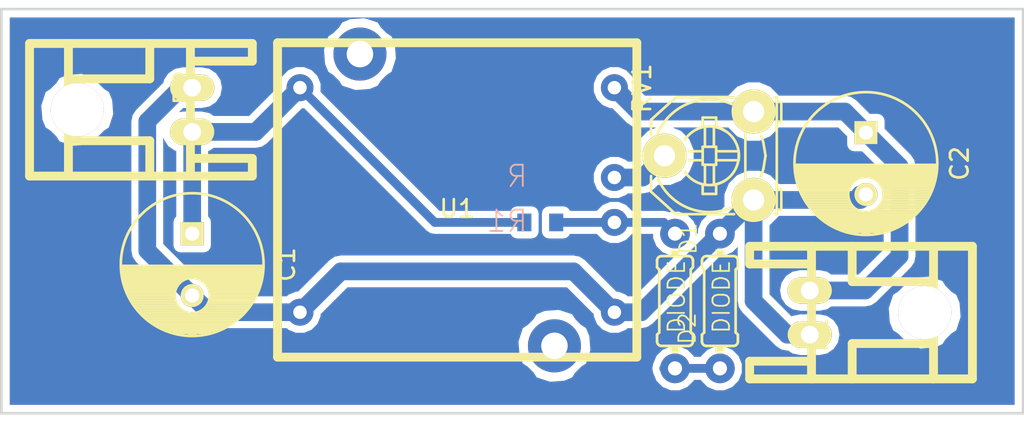
<source format=kicad_pcb>
(kicad_pcb (version 4) (host pcbnew 4.0.3-stable)

  (general
    (links 17)
    (no_connects 0)
    (area 97.079999 50.089999 155.015001 73.100001)
    (thickness 1.6)
    (drawings 4)
    (tracks 38)
    (zones 0)
    (modules 9)
    (nets 7)
  )

  (page A4)
  (layers
    (0 F.Cu signal)
    (31 B.Cu signal)
    (32 B.Adhes user)
    (33 F.Adhes user)
    (34 B.Paste user)
    (35 F.Paste user)
    (36 B.SilkS user)
    (37 F.SilkS user)
    (38 B.Mask user)
    (39 F.Mask user)
    (40 Dwgs.User user)
    (41 Cmts.User user)
    (42 Eco1.User user)
    (43 Eco2.User user)
    (44 Edge.Cuts user)
    (45 Margin user)
    (46 B.CrtYd user)
    (47 F.CrtYd user)
    (48 B.Fab user)
    (49 F.Fab user)
  )

  (setup
    (last_trace_width 1)
    (user_trace_width 0.5)
    (user_trace_width 1)
    (trace_clearance 0.2)
    (zone_clearance 0.4)
    (zone_45_only no)
    (trace_min 0.2)
    (segment_width 0.2)
    (edge_width 0.15)
    (via_size 0.6)
    (via_drill 0.4)
    (via_min_size 0.4)
    (via_min_drill 0.3)
    (user_via 1.2 0.8)
    (uvia_size 0.3)
    (uvia_drill 0.1)
    (uvias_allowed no)
    (uvia_min_size 0.2)
    (uvia_min_drill 0.1)
    (pcb_text_width 0.3)
    (pcb_text_size 1.5 1.5)
    (mod_edge_width 0.15)
    (mod_text_size 1 1)
    (mod_text_width 0.15)
    (pad_size 3 3)
    (pad_drill 3)
    (pad_to_mask_clearance 0.2)
    (aux_axis_origin 0 0)
    (visible_elements 7FFFFFFF)
    (pcbplotparams
      (layerselection 0x01000_80000000)
      (usegerberextensions false)
      (excludeedgelayer true)
      (linewidth 0.100000)
      (plotframeref false)
      (viasonmask false)
      (mode 1)
      (useauxorigin false)
      (hpglpennumber 1)
      (hpglpenspeed 20)
      (hpglpendiameter 15)
      (hpglpenoverlay 2)
      (psnegative false)
      (psa4output false)
      (plotreference true)
      (plotvalue true)
      (plotinvisibletext false)
      (padsonsilk false)
      (subtractmaskfromsilk false)
      (outputformat 1)
      (mirror false)
      (drillshape 0)
      (scaleselection 1)
      (outputdirectory ""))
  )

  (net 0 "")
  (net 1 GND)
  (net 2 +24V)
  (net 3 +5V)
  (net 4 "Net-(D1-Pad1)")
  (net 5 "Net-(D1-Pad2)")
  (net 6 "Net-(RV1-Pad2)")

  (net_class Default "これは標準のネット クラスです。"
    (clearance 0.2)
    (trace_width 0.25)
    (via_dia 0.6)
    (via_drill 0.4)
    (uvia_dia 0.3)
    (uvia_drill 0.1)
    (add_net +24V)
    (add_net +5V)
    (add_net GND)
    (add_net "Net-(D1-Pad1)")
    (add_net "Net-(D1-Pad2)")
    (add_net "Net-(RV1-Pad2)")
  )

  (module Capacitors_ThroughHole:C_Radial_D8_L11.5_P3.5 (layer F.Cu) (tedit 0) (tstamp 57D610D3)
    (at 107.95 62.865 270)
    (descr "Radial Electrolytic Capacitor Diameter 8mm x Length 11.5mm, Pitch 3.5mm")
    (tags "Electrolytic Capacitor")
    (path /57D61460)
    (fp_text reference C1 (at 1.75 -5.3 270) (layer F.SilkS)
      (effects (font (size 1 1) (thickness 0.15)))
    )
    (fp_text value C (at 1.75 5.3 270) (layer F.Fab)
      (effects (font (size 1 1) (thickness 0.15)))
    )
    (fp_line (start 1.825 -3.999) (end 1.825 3.999) (layer F.SilkS) (width 0.15))
    (fp_line (start 1.965 -3.994) (end 1.965 3.994) (layer F.SilkS) (width 0.15))
    (fp_line (start 2.105 -3.984) (end 2.105 3.984) (layer F.SilkS) (width 0.15))
    (fp_line (start 2.245 -3.969) (end 2.245 3.969) (layer F.SilkS) (width 0.15))
    (fp_line (start 2.385 -3.949) (end 2.385 3.949) (layer F.SilkS) (width 0.15))
    (fp_line (start 2.525 -3.924) (end 2.525 -0.222) (layer F.SilkS) (width 0.15))
    (fp_line (start 2.525 0.222) (end 2.525 3.924) (layer F.SilkS) (width 0.15))
    (fp_line (start 2.665 -3.894) (end 2.665 -0.55) (layer F.SilkS) (width 0.15))
    (fp_line (start 2.665 0.55) (end 2.665 3.894) (layer F.SilkS) (width 0.15))
    (fp_line (start 2.805 -3.858) (end 2.805 -0.719) (layer F.SilkS) (width 0.15))
    (fp_line (start 2.805 0.719) (end 2.805 3.858) (layer F.SilkS) (width 0.15))
    (fp_line (start 2.945 -3.817) (end 2.945 -0.832) (layer F.SilkS) (width 0.15))
    (fp_line (start 2.945 0.832) (end 2.945 3.817) (layer F.SilkS) (width 0.15))
    (fp_line (start 3.085 -3.771) (end 3.085 -0.91) (layer F.SilkS) (width 0.15))
    (fp_line (start 3.085 0.91) (end 3.085 3.771) (layer F.SilkS) (width 0.15))
    (fp_line (start 3.225 -3.718) (end 3.225 -0.961) (layer F.SilkS) (width 0.15))
    (fp_line (start 3.225 0.961) (end 3.225 3.718) (layer F.SilkS) (width 0.15))
    (fp_line (start 3.365 -3.659) (end 3.365 -0.991) (layer F.SilkS) (width 0.15))
    (fp_line (start 3.365 0.991) (end 3.365 3.659) (layer F.SilkS) (width 0.15))
    (fp_line (start 3.505 -3.594) (end 3.505 -1) (layer F.SilkS) (width 0.15))
    (fp_line (start 3.505 1) (end 3.505 3.594) (layer F.SilkS) (width 0.15))
    (fp_line (start 3.645 -3.523) (end 3.645 -0.989) (layer F.SilkS) (width 0.15))
    (fp_line (start 3.645 0.989) (end 3.645 3.523) (layer F.SilkS) (width 0.15))
    (fp_line (start 3.785 -3.444) (end 3.785 -0.959) (layer F.SilkS) (width 0.15))
    (fp_line (start 3.785 0.959) (end 3.785 3.444) (layer F.SilkS) (width 0.15))
    (fp_line (start 3.925 -3.357) (end 3.925 -0.905) (layer F.SilkS) (width 0.15))
    (fp_line (start 3.925 0.905) (end 3.925 3.357) (layer F.SilkS) (width 0.15))
    (fp_line (start 4.065 -3.262) (end 4.065 -0.825) (layer F.SilkS) (width 0.15))
    (fp_line (start 4.065 0.825) (end 4.065 3.262) (layer F.SilkS) (width 0.15))
    (fp_line (start 4.205 -3.158) (end 4.205 -0.709) (layer F.SilkS) (width 0.15))
    (fp_line (start 4.205 0.709) (end 4.205 3.158) (layer F.SilkS) (width 0.15))
    (fp_line (start 4.345 -3.044) (end 4.345 -0.535) (layer F.SilkS) (width 0.15))
    (fp_line (start 4.345 0.535) (end 4.345 3.044) (layer F.SilkS) (width 0.15))
    (fp_line (start 4.485 -2.919) (end 4.485 -0.173) (layer F.SilkS) (width 0.15))
    (fp_line (start 4.485 0.173) (end 4.485 2.919) (layer F.SilkS) (width 0.15))
    (fp_line (start 4.625 -2.781) (end 4.625 2.781) (layer F.SilkS) (width 0.15))
    (fp_line (start 4.765 -2.629) (end 4.765 2.629) (layer F.SilkS) (width 0.15))
    (fp_line (start 4.905 -2.459) (end 4.905 2.459) (layer F.SilkS) (width 0.15))
    (fp_line (start 5.045 -2.268) (end 5.045 2.268) (layer F.SilkS) (width 0.15))
    (fp_line (start 5.185 -2.05) (end 5.185 2.05) (layer F.SilkS) (width 0.15))
    (fp_line (start 5.325 -1.794) (end 5.325 1.794) (layer F.SilkS) (width 0.15))
    (fp_line (start 5.465 -1.483) (end 5.465 1.483) (layer F.SilkS) (width 0.15))
    (fp_line (start 5.605 -1.067) (end 5.605 1.067) (layer F.SilkS) (width 0.15))
    (fp_line (start 5.745 -0.2) (end 5.745 0.2) (layer F.SilkS) (width 0.15))
    (fp_circle (center 3.5 0) (end 3.5 -1) (layer F.SilkS) (width 0.15))
    (fp_circle (center 1.75 0) (end 1.75 -4.0375) (layer F.SilkS) (width 0.15))
    (fp_circle (center 1.75 0) (end 1.75 -4.3) (layer F.CrtYd) (width 0.05))
    (pad 2 thru_hole circle (at 3.5 0 270) (size 1.3 1.3) (drill 0.8) (layers *.Cu *.Mask F.SilkS)
      (net 1 GND))
    (pad 1 thru_hole rect (at 0 0 270) (size 1.3 1.3) (drill 0.8) (layers *.Cu *.Mask F.SilkS)
      (net 2 +24V))
    (model Capacitors_ThroughHole.3dshapes/C_Radial_D8_L11.5_P3.5.wrl
      (at (xyz 0 0 0))
      (scale (xyz 1 1 1))
      (rotate (xyz 0 0 0))
    )
  )

  (module Capacitors_ThroughHole:C_Radial_D8_L11.5_P3.5 (layer F.Cu) (tedit 0) (tstamp 57D610D9)
    (at 146.05 57.15 270)
    (descr "Radial Electrolytic Capacitor Diameter 8mm x Length 11.5mm, Pitch 3.5mm")
    (tags "Electrolytic Capacitor")
    (path /57D614D5)
    (fp_text reference C2 (at 1.75 -5.3 270) (layer F.SilkS)
      (effects (font (size 1 1) (thickness 0.15)))
    )
    (fp_text value C (at 1.75 5.3 270) (layer F.Fab)
      (effects (font (size 1 1) (thickness 0.15)))
    )
    (fp_line (start 1.825 -3.999) (end 1.825 3.999) (layer F.SilkS) (width 0.15))
    (fp_line (start 1.965 -3.994) (end 1.965 3.994) (layer F.SilkS) (width 0.15))
    (fp_line (start 2.105 -3.984) (end 2.105 3.984) (layer F.SilkS) (width 0.15))
    (fp_line (start 2.245 -3.969) (end 2.245 3.969) (layer F.SilkS) (width 0.15))
    (fp_line (start 2.385 -3.949) (end 2.385 3.949) (layer F.SilkS) (width 0.15))
    (fp_line (start 2.525 -3.924) (end 2.525 -0.222) (layer F.SilkS) (width 0.15))
    (fp_line (start 2.525 0.222) (end 2.525 3.924) (layer F.SilkS) (width 0.15))
    (fp_line (start 2.665 -3.894) (end 2.665 -0.55) (layer F.SilkS) (width 0.15))
    (fp_line (start 2.665 0.55) (end 2.665 3.894) (layer F.SilkS) (width 0.15))
    (fp_line (start 2.805 -3.858) (end 2.805 -0.719) (layer F.SilkS) (width 0.15))
    (fp_line (start 2.805 0.719) (end 2.805 3.858) (layer F.SilkS) (width 0.15))
    (fp_line (start 2.945 -3.817) (end 2.945 -0.832) (layer F.SilkS) (width 0.15))
    (fp_line (start 2.945 0.832) (end 2.945 3.817) (layer F.SilkS) (width 0.15))
    (fp_line (start 3.085 -3.771) (end 3.085 -0.91) (layer F.SilkS) (width 0.15))
    (fp_line (start 3.085 0.91) (end 3.085 3.771) (layer F.SilkS) (width 0.15))
    (fp_line (start 3.225 -3.718) (end 3.225 -0.961) (layer F.SilkS) (width 0.15))
    (fp_line (start 3.225 0.961) (end 3.225 3.718) (layer F.SilkS) (width 0.15))
    (fp_line (start 3.365 -3.659) (end 3.365 -0.991) (layer F.SilkS) (width 0.15))
    (fp_line (start 3.365 0.991) (end 3.365 3.659) (layer F.SilkS) (width 0.15))
    (fp_line (start 3.505 -3.594) (end 3.505 -1) (layer F.SilkS) (width 0.15))
    (fp_line (start 3.505 1) (end 3.505 3.594) (layer F.SilkS) (width 0.15))
    (fp_line (start 3.645 -3.523) (end 3.645 -0.989) (layer F.SilkS) (width 0.15))
    (fp_line (start 3.645 0.989) (end 3.645 3.523) (layer F.SilkS) (width 0.15))
    (fp_line (start 3.785 -3.444) (end 3.785 -0.959) (layer F.SilkS) (width 0.15))
    (fp_line (start 3.785 0.959) (end 3.785 3.444) (layer F.SilkS) (width 0.15))
    (fp_line (start 3.925 -3.357) (end 3.925 -0.905) (layer F.SilkS) (width 0.15))
    (fp_line (start 3.925 0.905) (end 3.925 3.357) (layer F.SilkS) (width 0.15))
    (fp_line (start 4.065 -3.262) (end 4.065 -0.825) (layer F.SilkS) (width 0.15))
    (fp_line (start 4.065 0.825) (end 4.065 3.262) (layer F.SilkS) (width 0.15))
    (fp_line (start 4.205 -3.158) (end 4.205 -0.709) (layer F.SilkS) (width 0.15))
    (fp_line (start 4.205 0.709) (end 4.205 3.158) (layer F.SilkS) (width 0.15))
    (fp_line (start 4.345 -3.044) (end 4.345 -0.535) (layer F.SilkS) (width 0.15))
    (fp_line (start 4.345 0.535) (end 4.345 3.044) (layer F.SilkS) (width 0.15))
    (fp_line (start 4.485 -2.919) (end 4.485 -0.173) (layer F.SilkS) (width 0.15))
    (fp_line (start 4.485 0.173) (end 4.485 2.919) (layer F.SilkS) (width 0.15))
    (fp_line (start 4.625 -2.781) (end 4.625 2.781) (layer F.SilkS) (width 0.15))
    (fp_line (start 4.765 -2.629) (end 4.765 2.629) (layer F.SilkS) (width 0.15))
    (fp_line (start 4.905 -2.459) (end 4.905 2.459) (layer F.SilkS) (width 0.15))
    (fp_line (start 5.045 -2.268) (end 5.045 2.268) (layer F.SilkS) (width 0.15))
    (fp_line (start 5.185 -2.05) (end 5.185 2.05) (layer F.SilkS) (width 0.15))
    (fp_line (start 5.325 -1.794) (end 5.325 1.794) (layer F.SilkS) (width 0.15))
    (fp_line (start 5.465 -1.483) (end 5.465 1.483) (layer F.SilkS) (width 0.15))
    (fp_line (start 5.605 -1.067) (end 5.605 1.067) (layer F.SilkS) (width 0.15))
    (fp_line (start 5.745 -0.2) (end 5.745 0.2) (layer F.SilkS) (width 0.15))
    (fp_circle (center 3.5 0) (end 3.5 -1) (layer F.SilkS) (width 0.15))
    (fp_circle (center 1.75 0) (end 1.75 -4.0375) (layer F.SilkS) (width 0.15))
    (fp_circle (center 1.75 0) (end 1.75 -4.3) (layer F.CrtYd) (width 0.05))
    (pad 2 thru_hole circle (at 3.5 0 270) (size 1.3 1.3) (drill 0.8) (layers *.Cu *.Mask F.SilkS)
      (net 1 GND))
    (pad 1 thru_hole rect (at 0 0 270) (size 1.3 1.3) (drill 0.8) (layers *.Cu *.Mask F.SilkS)
      (net 3 +5V))
    (model Capacitors_ThroughHole.3dshapes/C_Radial_D8_L11.5_P3.5.wrl
      (at (xyz 0 0 0))
      (scale (xyz 1 1 1))
      (rotate (xyz 0 0 0))
    )
  )

  (module RP_KiCAD_Libs:0204_2f7 (layer F.Cu) (tedit 57D610A3) (tstamp 57D610DF)
    (at 135.255 66.675 270)
    (descr "<b>RESISTOR</b><p>\ntype 0204, grid 7.5 mm")
    (path /57D6190C)
    (fp_text reference D1 (at -2.54 -1.2954 270) (layer F.SilkS)
      (effects (font (size 0.94107 0.94107) (thickness 0.09906)) (justify left bottom))
    )
    (fp_text value DIODE (at 1.905 -0.635 270) (layer F.SilkS)
      (effects (font (size 0.94107 0.94107) (thickness 0.09906)) (justify left bottom))
    )
    (fp_line (start 3.81 0) (end 2.921 0) (layer Dwgs.User) (width 0.508))
    (fp_line (start -3.81 0) (end -2.921 0) (layer Dwgs.User) (width 0.508))
    (fp_arc (start -2.286 -0.762) (end -2.54 -0.762) (angle 90) (layer F.SilkS) (width 0.1524))
    (fp_arc (start -2.286 0.762) (end -2.54 0.762) (angle -90) (layer F.SilkS) (width 0.1524))
    (fp_arc (start 2.286 0.762) (end 2.286 1.016) (angle -90) (layer F.SilkS) (width 0.1524))
    (fp_arc (start 2.286 -0.762) (end 2.286 -1.016) (angle 90) (layer F.SilkS) (width 0.1524))
    (fp_line (start -2.54 0.762) (end -2.54 -0.762) (layer F.SilkS) (width 0.1524))
    (fp_line (start -2.286 -1.016) (end -1.905 -1.016) (layer F.SilkS) (width 0.1524))
    (fp_line (start -1.778 -0.889) (end -1.905 -1.016) (layer F.SilkS) (width 0.1524))
    (fp_line (start -2.286 1.016) (end -1.905 1.016) (layer F.SilkS) (width 0.1524))
    (fp_line (start -1.778 0.889) (end -1.905 1.016) (layer F.SilkS) (width 0.1524))
    (fp_line (start 1.778 -0.889) (end 1.905 -1.016) (layer F.SilkS) (width 0.1524))
    (fp_line (start 1.778 -0.889) (end -1.778 -0.889) (layer F.SilkS) (width 0.1524))
    (fp_line (start 1.778 0.889) (end 1.905 1.016) (layer F.SilkS) (width 0.1524))
    (fp_line (start 1.778 0.889) (end -1.778 0.889) (layer F.SilkS) (width 0.1524))
    (fp_line (start 2.286 -1.016) (end 1.905 -1.016) (layer F.SilkS) (width 0.1524))
    (fp_line (start 2.286 1.016) (end 1.905 1.016) (layer F.SilkS) (width 0.1524))
    (fp_line (start 2.54 0.762) (end 2.54 -0.762) (layer F.SilkS) (width 0.1524))
    (fp_poly (pts (xy 2.54 0.254) (xy 2.921 0.254) (xy 2.921 -0.254) (xy 2.54 -0.254)) (layer F.SilkS) (width 0))
    (fp_poly (pts (xy -2.921 0.254) (xy -2.54 0.254) (xy -2.54 -0.254) (xy -2.921 -0.254)) (layer F.SilkS) (width 0))
    (pad 1 thru_hole circle (at -3.81 0 270) (size 1.6764 1.6764) (drill 0.8) (layers *.Cu *.Mask)
      (net 4 "Net-(D1-Pad1)"))
    (pad 2 thru_hole circle (at 3.81 0 270) (size 1.6764 1.6764) (drill 0.8) (layers *.Cu *.Mask)
      (net 5 "Net-(D1-Pad2)"))
    (model discret/resistors/horizontal/r_h_820R.wrl
      (at (xyz 0 0 0))
      (scale (xyz 0.3 0.3 0.3))
      (rotate (xyz 0 0 0))
    )
  )

  (module RP_KiCAD_Libs:0204_2f7 (layer F.Cu) (tedit 57D610A4) (tstamp 57D610E5)
    (at 137.795 66.675 90)
    (descr "<b>RESISTOR</b><p>\ntype 0204, grid 7.5 mm")
    (path /57D619E7)
    (fp_text reference D2 (at -2.54 -1.2954 90) (layer F.SilkS)
      (effects (font (size 0.94107 0.94107) (thickness 0.09906)) (justify left bottom))
    )
    (fp_text value DIODE (at -1.905 0.635 90) (layer F.SilkS)
      (effects (font (size 0.94107 0.94107) (thickness 0.09906)) (justify left bottom))
    )
    (fp_line (start 3.81 0) (end 2.921 0) (layer Dwgs.User) (width 0.508))
    (fp_line (start -3.81 0) (end -2.921 0) (layer Dwgs.User) (width 0.508))
    (fp_arc (start -2.286 -0.762) (end -2.54 -0.762) (angle 90) (layer F.SilkS) (width 0.1524))
    (fp_arc (start -2.286 0.762) (end -2.54 0.762) (angle -90) (layer F.SilkS) (width 0.1524))
    (fp_arc (start 2.286 0.762) (end 2.286 1.016) (angle -90) (layer F.SilkS) (width 0.1524))
    (fp_arc (start 2.286 -0.762) (end 2.286 -1.016) (angle 90) (layer F.SilkS) (width 0.1524))
    (fp_line (start -2.54 0.762) (end -2.54 -0.762) (layer F.SilkS) (width 0.1524))
    (fp_line (start -2.286 -1.016) (end -1.905 -1.016) (layer F.SilkS) (width 0.1524))
    (fp_line (start -1.778 -0.889) (end -1.905 -1.016) (layer F.SilkS) (width 0.1524))
    (fp_line (start -2.286 1.016) (end -1.905 1.016) (layer F.SilkS) (width 0.1524))
    (fp_line (start -1.778 0.889) (end -1.905 1.016) (layer F.SilkS) (width 0.1524))
    (fp_line (start 1.778 -0.889) (end 1.905 -1.016) (layer F.SilkS) (width 0.1524))
    (fp_line (start 1.778 -0.889) (end -1.778 -0.889) (layer F.SilkS) (width 0.1524))
    (fp_line (start 1.778 0.889) (end 1.905 1.016) (layer F.SilkS) (width 0.1524))
    (fp_line (start 1.778 0.889) (end -1.778 0.889) (layer F.SilkS) (width 0.1524))
    (fp_line (start 2.286 -1.016) (end 1.905 -1.016) (layer F.SilkS) (width 0.1524))
    (fp_line (start 2.286 1.016) (end 1.905 1.016) (layer F.SilkS) (width 0.1524))
    (fp_line (start 2.54 0.762) (end 2.54 -0.762) (layer F.SilkS) (width 0.1524))
    (fp_poly (pts (xy 2.54 0.254) (xy 2.921 0.254) (xy 2.921 -0.254) (xy 2.54 -0.254)) (layer F.SilkS) (width 0))
    (fp_poly (pts (xy -2.921 0.254) (xy -2.54 0.254) (xy -2.54 -0.254) (xy -2.921 -0.254)) (layer F.SilkS) (width 0))
    (pad 1 thru_hole circle (at -3.81 0 90) (size 1.6764 1.6764) (drill 0.8) (layers *.Cu *.Mask)
      (net 5 "Net-(D1-Pad2)"))
    (pad 2 thru_hole circle (at 3.81 0 90) (size 1.6764 1.6764) (drill 0.8) (layers *.Cu *.Mask)
      (net 1 GND))
    (model discret/resistors/horizontal/r_h_820R.wrl
      (at (xyz 0 0 0))
      (scale (xyz 0.3 0.3 0.3))
      (rotate (xyz 0 0 0))
    )
  )

  (module Potentiometers:Potentiometer_Triwood_RM-065 (layer F.Cu) (tedit 53FABC1B) (tstamp 57D610F2)
    (at 139.7 60.96 90)
    (descr "Potentiometer, Trimmer, RM-065")
    (tags "Potentiometer, Trimmer, RM-065")
    (path /57D615B6)
    (fp_text reference RV1 (at 6.30936 -6.30936 90) (layer F.SilkS)
      (effects (font (size 1 1) (thickness 0.15)))
    )
    (fp_text value POT (at 2.49936 2.58064 90) (layer F.Fab)
      (effects (font (size 1 1) (thickness 0.15)))
    )
    (fp_line (start 2.24536 -2.88036) (end 2.24536 -3.64236) (layer F.SilkS) (width 0.15))
    (fp_line (start 2.75336 -2.88036) (end 2.75336 -3.64236) (layer F.SilkS) (width 0.15))
    (fp_arc (start 2.49936 -2.49936) (end 4.15036 -2.24536) (angle 90) (layer F.SilkS) (width 0.15))
    (fp_arc (start 2.49936 -2.49936) (end 2.62636 -0.84836) (angle 90) (layer F.SilkS) (width 0.15))
    (fp_arc (start 2.49936 -2.49936) (end 3.38836 -3.89636) (angle 90) (layer F.SilkS) (width 0.15))
    (fp_arc (start 2.49936 -2.49936) (end 1.10236 -1.61036) (angle 90) (layer F.SilkS) (width 0.15))
    (fp_line (start -0.80264 1.31064) (end -0.80264 1.18364) (layer F.SilkS) (width 0.15))
    (fp_line (start -0.80264 -2.49936) (end -0.80264 -1.10236) (layer F.SilkS) (width 0.15))
    (fp_line (start 5.80136 1.31064) (end 5.80136 1.18364) (layer F.SilkS) (width 0.15))
    (fp_line (start 5.80136 -2.49936) (end 5.80136 -1.10236) (layer F.SilkS) (width 0.15))
    (fp_line (start 1.35636 0.42164) (end 1.73736 0.54864) (layer F.SilkS) (width 0.15))
    (fp_line (start 1.73736 0.54864) (end 2.49936 0.67564) (layer F.SilkS) (width 0.15))
    (fp_line (start 2.49936 0.67564) (end 3.26136 0.54864) (layer F.SilkS) (width 0.15))
    (fp_line (start 3.26136 0.54864) (end 3.64236 0.42164) (layer F.SilkS) (width 0.15))
    (fp_line (start 1.22936 -0.46736) (end 3.76936 -0.46736) (layer F.SilkS) (width 0.15))
    (fp_arc (start 2.49936 -2.49936) (end 3.76936 -5.42036) (angle 90) (layer F.SilkS) (width 0.15))
    (fp_arc (start 2.49936 -2.49936) (end -0.42164 -1.22936) (angle 90) (layer F.SilkS) (width 0.15))
    (fp_line (start 4.53136 -5.80136) (end 3.64236 -5.80136) (layer F.SilkS) (width 0.15))
    (fp_line (start 1.35636 -5.80136) (end 0.46736 -5.80136) (layer F.SilkS) (width 0.15))
    (fp_line (start 4.15036 -2.88036) (end 4.65836 -2.88036) (layer F.SilkS) (width 0.15))
    (fp_line (start 4.65836 -2.88036) (end 4.65836 -2.11836) (layer F.SilkS) (width 0.15))
    (fp_line (start 4.65836 -2.11836) (end 4.15036 -2.11836) (layer F.SilkS) (width 0.15))
    (fp_line (start 0.84836 -2.88036) (end 0.34036 -2.88036) (layer F.SilkS) (width 0.15))
    (fp_line (start 0.34036 -2.88036) (end 0.34036 -2.11836) (layer F.SilkS) (width 0.15))
    (fp_line (start 0.34036 -2.11836) (end 0.84836 -2.11836) (layer F.SilkS) (width 0.15))
    (fp_line (start 3.00736 -2.24536) (end 4.15036 -2.24536) (layer F.SilkS) (width 0.15))
    (fp_line (start 3.00736 -2.75336) (end 4.15036 -2.75336) (layer F.SilkS) (width 0.15))
    (fp_line (start 1.99136 -2.24536) (end 0.84836 -2.24536) (layer F.SilkS) (width 0.15))
    (fp_line (start 1.99136 -2.75336) (end 0.84836 -2.75336) (layer F.SilkS) (width 0.15))
    (fp_line (start 2.75336 -2.11836) (end 2.75336 -0.84836) (layer F.SilkS) (width 0.15))
    (fp_line (start 2.24536 -2.11836) (end 2.24536 -0.84836) (layer F.SilkS) (width 0.15))
    (fp_line (start 1.99136 -2.88036) (end 1.99136 -2.11836) (layer F.SilkS) (width 0.15))
    (fp_line (start 1.99136 -2.11836) (end 3.00736 -2.11836) (layer F.SilkS) (width 0.15))
    (fp_line (start 3.00736 -2.11836) (end 3.00736 -2.88036) (layer F.SilkS) (width 0.15))
    (fp_line (start 3.00736 -2.88036) (end 1.99136 -2.88036) (layer F.SilkS) (width 0.15))
    (fp_line (start 0.46736 -5.80136) (end -0.80264 -4.40436) (layer F.SilkS) (width 0.15))
    (fp_line (start -0.80264 -4.40436) (end -0.80264 -2.49936) (layer F.SilkS) (width 0.15))
    (fp_line (start 4.53136 -5.80136) (end 5.80136 -4.40436) (layer F.SilkS) (width 0.15))
    (fp_line (start 5.80136 -4.40436) (end 5.80136 -2.49936) (layer F.SilkS) (width 0.15))
    (fp_line (start 5.54736 1.31064) (end 5.54736 1.56464) (layer F.SilkS) (width 0.15))
    (fp_line (start 5.54736 1.56464) (end 4.40436 1.56464) (layer F.SilkS) (width 0.15))
    (fp_line (start 4.40436 1.56464) (end 4.40436 1.31064) (layer F.SilkS) (width 0.15))
    (fp_line (start -0.54864 1.31064) (end -0.54864 1.56464) (layer F.SilkS) (width 0.15))
    (fp_line (start -0.54864 1.56464) (end 0.59436 1.56464) (layer F.SilkS) (width 0.15))
    (fp_line (start 0.59436 1.56464) (end 0.59436 1.31064) (layer F.SilkS) (width 0.15))
    (fp_line (start -0.80264 1.31064) (end 5.80136 1.31064) (layer F.SilkS) (width 0.15))
    (pad 2 thru_hole circle (at 2.49936 -5.03936 90) (size 2.49936 2.49936) (drill 1.19888) (layers *.Cu *.Mask F.SilkS)
      (net 6 "Net-(RV1-Pad2)"))
    (pad 3 thru_hole circle (at 4.99872 0 90) (size 2.49936 2.49936) (drill 1.19888) (layers *.Cu *.Mask F.SilkS)
      (net 3 +5V))
    (pad 1 thru_hole circle (at 0 0 90) (size 2.49936 2.49936) (drill 1.19888) (layers *.Cu *.Mask F.SilkS)
      (net 1 GND))
    (model Potentiometers.3dshapes/Potentiometer_Triwood_RM-065.wrl
      (at (xyz 0 0 0))
      (scale (xyz 4 4 4))
      (rotate (xyz 0 0 0))
    )
  )

  (module RP_KiCAD_Libs:C1608_WP (layer B.Cu) (tedit 57C3E677) (tstamp 57D61813)
    (at 127.635 62.23)
    (descr <b>CAPACITOR</b>)
    (path /57D61663)
    (fp_text reference R1 (at -0.635 0.635) (layer B.SilkS)
      (effects (font (size 1.2065 1.2065) (thickness 0.1016)) (justify left bottom mirror))
    )
    (fp_text value R (at -0.635 -1.905) (layer B.SilkS)
      (effects (font (size 1.2065 1.2065) (thickness 0.1016)) (justify left bottom mirror))
    )
    (fp_line (start -0.356 0.432) (end 0.356 0.432) (layer Dwgs.User) (width 0.1016))
    (fp_line (start -0.356 -0.419) (end 0.356 -0.419) (layer Dwgs.User) (width 0.1016))
    (fp_poly (pts (xy -0.8382 -0.4699) (xy -0.3381 -0.4699) (xy -0.3381 0.4801) (xy -0.8382 0.4801)) (layer Dwgs.User) (width 0))
    (fp_poly (pts (xy 0.3302 -0.4699) (xy 0.8303 -0.4699) (xy 0.8303 0.4801) (xy 0.3302 0.4801)) (layer Dwgs.User) (width 0))
    (fp_poly (pts (xy -0.1999 -0.3) (xy 0.1999 -0.3) (xy 0.1999 0.3) (xy -0.1999 0.3)) (layer B.Adhes) (width 0))
    (pad 1 smd rect (at -0.9 0) (size 0.8 1) (layers B.Cu B.Paste B.Mask)
      (net 2 +24V))
    (pad 2 smd rect (at 0.9 0) (size 0.8 1) (layers B.Cu B.Paste B.Mask)
      (net 4 "Net-(D1-Pad1)"))
    (model Resistors_SMD.3dshapes/R_0603.wrl
      (at (xyz 0 0 0))
      (scale (xyz 1 1 1))
      (rotate (xyz 0 0 0))
    )
  )

  (module RP_KiCAD_Connector:XA_2LC (layer F.Cu) (tedit 5763B232) (tstamp 57D61B66)
    (at 142.875 68.58 90)
    (path /57D636C9)
    (fp_text reference P1 (at 0 0.5 90) (layer F.SilkS)
      (effects (font (size 1 1) (thickness 0.15)))
    )
    (fp_text value CONN_01X02 (at 0 -0.5 90) (layer F.Fab)
      (effects (font (size 1 1) (thickness 0.15)))
    )
    (fp_line (start -1.5 -3.4) (end -2.5 -3.4) (layer F.SilkS) (width 0.5))
    (fp_line (start 5 -3.4) (end 4 -3.4) (layer F.SilkS) (width 0.5))
    (fp_line (start 4 -3.4) (end 4 0.1) (layer F.SilkS) (width 0.5))
    (fp_line (start -1.5 -3.4) (end -1.5 0.1) (layer F.SilkS) (width 0.5))
    (fp_line (start 3 2.4) (end 5 2.4) (layer F.SilkS) (width 0.5))
    (fp_line (start -0.5 2.4) (end -2.5 2.4) (layer F.SilkS) (width 0.5))
    (fp_line (start 3 2.4) (end 3 7) (layer F.SilkS) (width 0.5))
    (fp_line (start -0.5 2.4) (end -0.5 7) (layer F.SilkS) (width 0.5))
    (fp_line (start -2.5 0.1) (end 5 0.1) (layer F.SilkS) (width 0.5))
    (fp_line (start -2.5 7) (end 5 7) (layer F.SilkS) (width 0.5))
    (fp_line (start -2.5 9.2) (end 5 9.2) (layer F.SilkS) (width 0.5))
    (fp_line (start 5 -3.4) (end 5 9.2) (layer F.SilkS) (width 0.5))
    (fp_line (start -2.5 -3.4) (end -2.5 9.2) (layer F.SilkS) (width 0.5))
    (pad 1 thru_hole oval (at 0 0 90) (size 1.5 2.5) (drill 1) (layers *.Cu *.Mask F.SilkS)
      (net 1 GND))
    (pad 2 thru_hole oval (at 2.5 0 90) (size 1.5 2.5) (drill 1) (layers *.Cu *.Mask F.SilkS)
      (net 3 +5V))
    (pad "" thru_hole circle (at 1.25 6.5 90) (size 3 3) (drill 3) (layers *.Cu *.Mask F.SilkS)
      (clearance -0.3))
    (model conn_XA/XA_2S.wrl
      (at (xyz 0.05 -0.2 0))
      (scale (xyz 4 4 4))
      (rotate (xyz 0 0 180))
    )
  )

  (module RP_KiCAD_Connector:XA_2LC (layer F.Cu) (tedit 57D61176) (tstamp 57D61B6C)
    (at 107.95 54.61 270)
    (path /57D63708)
    (fp_text reference P2 (at 0 0.5 270) (layer F.SilkS)
      (effects (font (size 1 1) (thickness 0.15)))
    )
    (fp_text value CONN_01X02 (at 0 -0.5 270) (layer F.Fab)
      (effects (font (size 1 1) (thickness 0.15)))
    )
    (fp_line (start -1.5 -3.4) (end -2.5 -3.4) (layer F.SilkS) (width 0.5))
    (fp_line (start 5 -3.4) (end 4 -3.4) (layer F.SilkS) (width 0.5))
    (fp_line (start 4 -3.4) (end 4 0.1) (layer F.SilkS) (width 0.5))
    (fp_line (start -1.5 -3.4) (end -1.5 0.1) (layer F.SilkS) (width 0.5))
    (fp_line (start 3 2.4) (end 5 2.4) (layer F.SilkS) (width 0.5))
    (fp_line (start -0.5 2.4) (end -2.5 2.4) (layer F.SilkS) (width 0.5))
    (fp_line (start 3 2.4) (end 3 7) (layer F.SilkS) (width 0.5))
    (fp_line (start -0.5 2.4) (end -0.5 7) (layer F.SilkS) (width 0.5))
    (fp_line (start -2.5 0.1) (end 5 0.1) (layer F.SilkS) (width 0.5))
    (fp_line (start -2.5 7) (end 5 7) (layer F.SilkS) (width 0.5))
    (fp_line (start -2.5 9.2) (end 5 9.2) (layer F.SilkS) (width 0.5))
    (fp_line (start 5 -3.4) (end 5 9.2) (layer F.SilkS) (width 0.5))
    (fp_line (start -2.5 -3.4) (end -2.5 9.2) (layer F.SilkS) (width 0.5))
    (pad 1 thru_hole oval (at 0 0 270) (size 1.5 2.5) (drill 1) (layers *.Cu *.Mask F.SilkS)
      (net 1 GND))
    (pad 2 thru_hole oval (at 2.5 0 270) (size 1.5 2.5) (drill 1) (layers *.Cu *.Mask F.SilkS)
      (net 2 +24V))
    (pad "" thru_hole circle (at 1.25 6.5 270) (size 3 3) (drill 3) (layers *.Cu *.Mask F.SilkS)
      (clearance -0.3))
    (model conn_XA/XA_2S.wrl
      (at (xyz 0.05 -0.2 0))
      (scale (xyz 4 4 4))
      (rotate (xyz 0 0 180))
    )
  )

  (module Converters_DCDC_ACDC:TDK_CE-1025 (layer F.Cu) (tedit 57D78E52) (tstamp 57D61102)
    (at 122.936 60.96)
    (path /57D61404)
    (fp_text reference U1 (at 0 0.5) (layer F.SilkS)
      (effects (font (size 1 1) (thickness 0.15)))
    )
    (fp_text value TDK_CE-1025 (at 0 -0.5) (layer F.Fab)
      (effects (font (size 1 1) (thickness 0.15)))
    )
    (fp_line (start -10.16 -8.89) (end -10.16 8.89) (layer F.SilkS) (width 0.5))
    (fp_line (start 10.16 -8.89) (end 10.16 8.89) (layer F.SilkS) (width 0.5))
    (fp_line (start 10.16 8.89) (end -10.16 8.89) (layer F.SilkS) (width 0.5))
    (fp_line (start -10.16 -8.89) (end 10.16 -8.89) (layer F.SilkS) (width 0.5))
    (pad 1 thru_hole circle (at -8.89 -6.35) (size 1.524 1.524) (drill 0.762) (layers *.Cu *.Mask)
      (net 2 +24V))
    (pad 2 thru_hole circle (at -8.89 6.35) (size 1.524 1.524) (drill 0.762) (layers *.Cu *.Mask)
      (net 1 GND))
    (pad 3 thru_hole circle (at 8.89 6.35) (size 1.524 1.524) (drill 0.762) (layers *.Cu *.Mask)
      (net 1 GND))
    (pad 4 thru_hole circle (at 8.89 1.27) (size 1.524 1.524) (drill 0.762) (layers *.Cu *.Mask)
      (net 4 "Net-(D1-Pad1)"))
    (pad 5 thru_hole circle (at 8.89 -1.27) (size 1.524 1.524) (drill 0.762) (layers *.Cu *.Mask)
      (net 6 "Net-(RV1-Pad2)"))
    (pad 6 thru_hole circle (at 8.89 -6.35) (size 1.524 1.524) (drill 0.762) (layers *.Cu *.Mask)
      (net 3 +5V))
    (pad "" thru_hole circle (at -5.5 -8.25) (size 3 3) (drill 1.5) (layers *.Cu *.Mask))
    (pad "" thru_hole circle (at 5.5 8.25) (size 3 3) (drill 1.5) (layers *.Cu *.Mask))
  )

  (gr_line (start 154.94 50.165) (end 97.155 50.165) (angle 90) (layer Edge.Cuts) (width 0.15))
  (gr_line (start 97.155 73.025) (end 154.94 73.025) (angle 90) (layer Edge.Cuts) (width 0.15))
  (gr_line (start 97.155 50.165) (end 97.155 73.025) (angle 90) (layer Edge.Cuts) (width 0.15))
  (gr_line (start 154.94 50.165) (end 154.94 73.025) (angle 90) (layer Edge.Cuts) (width 0.15))

  (segment (start 131.826 67.31) (end 133.35 67.31) (width 1) (layer B.Cu) (net 1) (status 400000))
  (segment (start 133.35 67.31) (end 137.795 62.865) (width 1) (layer B.Cu) (net 1) (tstamp 57D799D1) (status 800000))
  (segment (start 114.046 67.31) (end 116.356 65) (width 1) (layer B.Cu) (net 1) (status 400000))
  (segment (start 129.516 65) (end 131.826 67.31) (width 1) (layer B.Cu) (net 1) (tstamp 57D799CE) (status 800000))
  (segment (start 116.356 65) (end 129.516 65) (width 1) (layer B.Cu) (net 1) (tstamp 57D799CD))
  (segment (start 107.95 66.365) (end 108.895 67.31) (width 1) (layer B.Cu) (net 1) (status 400000))
  (segment (start 108.895 67.31) (end 114.046 67.31) (width 1) (layer B.Cu) (net 1) (tstamp 57D799CA) (status 800000))
  (segment (start 107.95 54.61) (end 107.315 54.61) (width 1) (layer B.Cu) (net 1))
  (segment (start 107.315 54.61) (end 105.41 56.515) (width 1) (layer B.Cu) (net 1) (tstamp 57D61BC6))
  (segment (start 105.41 56.515) (end 105.41 63.825) (width 1) (layer B.Cu) (net 1) (tstamp 57D61BC7))
  (segment (start 105.41 63.825) (end 107.95 66.365) (width 1) (layer B.Cu) (net 1) (tstamp 57D61BC8))
  (segment (start 142.875 68.58) (end 141.605 68.58) (width 1) (layer B.Cu) (net 1))
  (segment (start 139.7 66.675) (end 139.7 60.96) (width 1) (layer B.Cu) (net 1) (tstamp 57D61B9B))
  (segment (start 141.605 68.58) (end 139.7 66.675) (width 1) (layer B.Cu) (net 1) (tstamp 57D61B9A))
  (segment (start 139.7 60.96) (end 137.795 62.865) (width 1) (layer B.Cu) (net 1))
  (segment (start 145.725 60.65) (end 146.05 60.65) (width 1) (layer B.Cu) (net 1) (tstamp 57D612DA))
  (segment (start 139.7 60.96) (end 145.74 60.96) (width 1) (layer B.Cu) (net 1))
  (segment (start 145.74 60.96) (end 146.05 60.65) (width 1) (layer B.Cu) (net 1) (tstamp 57D61276))
  (segment (start 114.046 54.61) (end 121.666 62.23) (width 0.5) (layer B.Cu) (net 2) (status 400000))
  (segment (start 121.666 62.23) (end 126.735 62.23) (width 0.5) (layer B.Cu) (net 2) (tstamp 57D799C5) (status 800000))
  (segment (start 107.95 57.11) (end 111.546 57.11) (width 1) (layer B.Cu) (net 2) (status 400000))
  (segment (start 111.546 57.11) (end 114.046 54.61) (width 1) (layer B.Cu) (net 2) (tstamp 57D799C1) (status 800000))
  (segment (start 107.95 57.11) (end 107.95 62.865) (width 1) (layer B.Cu) (net 2))
  (segment (start 131.826 54.61) (end 133.17728 55.96128) (width 1) (layer B.Cu) (net 3) (status 400000))
  (segment (start 133.17728 55.96128) (end 139.7 55.96128) (width 1) (layer B.Cu) (net 3) (tstamp 57D799F0) (status 800000))
  (segment (start 142.875 66.08) (end 146.01 66.08) (width 1) (layer B.Cu) (net 3))
  (segment (start 147.955 59.055) (end 146.05 57.15) (width 1) (layer B.Cu) (net 3) (tstamp 57D61B92))
  (segment (start 147.955 64.135) (end 147.955 59.055) (width 1) (layer B.Cu) (net 3) (tstamp 57D61B91))
  (segment (start 146.01 66.08) (end 147.955 64.135) (width 1) (layer B.Cu) (net 3) (tstamp 57D61B90))
  (segment (start 139.7 55.96128) (end 144.86128 55.96128) (width 1) (layer B.Cu) (net 3))
  (segment (start 144.86128 55.96128) (end 146.05 57.15) (width 1) (layer B.Cu) (net 3) (tstamp 57D61273))
  (segment (start 139.61872 55.88) (end 139.7 55.96128) (width 1) (layer B.Cu) (net 3) (tstamp 57D611DB))
  (segment (start 128.535 62.23) (end 131.826 62.23) (width 0.5) (layer B.Cu) (net 4) (status C00000))
  (segment (start 131.826 62.23) (end 134.62 62.23) (width 0.5) (layer B.Cu) (net 4) (tstamp 57D799E1) (status 400000))
  (segment (start 134.62 62.23) (end 135.255 62.865) (width 0.5) (layer B.Cu) (net 4) (tstamp 57D799E2) (status 800000))
  (segment (start 134.62 70.485) (end 137.16 70.485) (width 0.5) (layer B.Cu) (net 5))
  (segment (start 131.826 59.69) (end 133.43128 59.69) (width 1) (layer B.Cu) (net 6) (status 400000))
  (segment (start 133.43128 59.69) (end 134.66064 58.46064) (width 1) (layer B.Cu) (net 6) (tstamp 57D799DC) (status 800000))

  (zone (net 0) (net_name "") (layer B.Cu) (tstamp 57D61BF6) (hatch edge 0.508)
    (connect_pads (clearance 0.4))
    (min_thickness 0.026)
    (fill yes (arc_segments 16) (thermal_gap 0.508) (thermal_bridge_width 0.508))
    (polygon
      (pts
        (xy 154.94 73.025) (xy 97.155 73.025) (xy 97.155 50.165) (xy 154.94 50.165)
      )
    )
    (filled_polygon
      (pts
        (xy 154.452 72.537) (xy 97.643 72.537) (xy 97.643 68.966607) (xy 126.389831 68.966607) (xy 126.452444 69.768169)
        (xy 126.638729 70.217901) (xy 126.911307 70.393867) (xy 126.91304 70.392134) (xy 127.253569 70.733257) (xy 127.252133 70.734693)
        (xy 127.428099 71.007271) (xy 128.192607 71.256169) (xy 128.994169 71.193556) (xy 129.443901 71.007271) (xy 129.619867 70.734693)
        (xy 129.618134 70.73296) (xy 129.866526 70.485) (xy 133.957 70.485) (xy 134.003596 70.719252) (xy 134.003584 70.732787)
        (xy 134.193666 71.192822) (xy 134.545327 71.545097) (xy 135.005029 71.735982) (xy 135.502787 71.736416) (xy 135.962822 71.546334)
        (xy 136.315097 71.194673) (xy 136.334477 71.148) (xy 136.715146 71.148) (xy 136.733666 71.192822) (xy 137.085327 71.545097)
        (xy 137.545029 71.735982) (xy 138.042787 71.736416) (xy 138.502822 71.546334) (xy 138.855097 71.194673) (xy 139.045982 70.734971)
        (xy 139.046416 70.237213) (xy 138.856334 69.777178) (xy 138.504673 69.424903) (xy 138.044971 69.234018) (xy 137.547213 69.233584)
        (xy 137.087178 69.423666) (xy 136.734903 69.775327) (xy 136.715523 69.822) (xy 136.334854 69.822) (xy 136.316334 69.777178)
        (xy 135.964673 69.424903) (xy 135.504971 69.234018) (xy 135.007213 69.233584) (xy 134.547178 69.423666) (xy 134.194903 69.775327)
        (xy 134.004018 70.235029) (xy 134.004006 70.248685) (xy 133.957 70.485) (xy 129.866526 70.485) (xy 129.959257 70.392431)
        (xy 129.960693 70.393867) (xy 130.233271 70.217901) (xy 130.482169 69.453393) (xy 130.419556 68.651831) (xy 130.233271 68.202099)
        (xy 129.960693 68.026133) (xy 129.95896 68.027866) (xy 129.618431 67.686743) (xy 129.619867 67.685307) (xy 129.443901 67.412729)
        (xy 128.679393 67.163831) (xy 127.877831 67.226444) (xy 127.428099 67.412729) (xy 127.252133 67.685307) (xy 127.253866 67.68704)
        (xy 126.912743 68.027569) (xy 126.911307 68.026133) (xy 126.638729 68.202099) (xy 126.389831 68.966607) (xy 97.643 68.966607)
        (xy 97.643 55.616607) (xy 99.403831 55.616607) (xy 99.466444 56.418169) (xy 99.652729 56.867901) (xy 99.925307 57.043867)
        (xy 99.92704 57.042134) (xy 100.267569 57.383257) (xy 100.266133 57.384693) (xy 100.442099 57.657271) (xy 101.206607 57.906169)
        (xy 102.008169 57.843556) (xy 102.457901 57.657271) (xy 102.633867 57.384693) (xy 102.632134 57.38296) (xy 102.973257 57.042431)
        (xy 102.974693 57.043867) (xy 103.247271 56.867901) (xy 103.362163 56.515) (xy 104.497 56.515) (xy 104.497 63.825)
        (xy 104.549115 64.087) (xy 104.566498 64.17439) (xy 104.764412 64.470588) (xy 106.899122 66.605299) (xy 107.048307 66.966354)
        (xy 107.347073 67.265642) (xy 107.710284 67.41646) (xy 108.249412 67.955589) (xy 108.54561 68.153502) (xy 108.895 68.223)
        (xy 113.297155 68.223) (xy 113.379547 68.305536) (xy 113.811253 68.484796) (xy 114.278697 68.485204) (xy 114.710715 68.306698)
        (xy 115.041536 67.976453) (xy 115.220796 67.544747) (xy 115.220899 67.426277) (xy 116.734177 65.913) (xy 129.137824 65.913)
        (xy 130.650898 67.426075) (xy 130.650796 67.542697) (xy 130.829302 67.974715) (xy 131.159547 68.305536) (xy 131.591253 68.484796)
        (xy 132.058697 68.485204) (xy 132.490715 68.306698) (xy 132.574559 68.223) (xy 133.35 68.223) (xy 133.69939 68.153502)
        (xy 133.995588 67.955588) (xy 137.834942 64.116235) (xy 138.042787 64.116416) (xy 138.502822 63.926334) (xy 138.787 63.642651)
        (xy 138.787 66.675) (xy 138.844954 66.966354) (xy 138.856498 67.02439) (xy 139.054412 67.320588) (xy 140.959412 69.225589)
        (xy 141.184771 69.376169) (xy 141.25561 69.423502) (xy 141.605 69.493) (xy 141.6557 69.493) (xy 141.897359 69.654472)
        (xy 142.34242 69.743) (xy 143.40758 69.743) (xy 143.852641 69.654472) (xy 144.229945 69.402365) (xy 144.482052 69.025061)
        (xy 144.57058 68.58) (xy 144.482052 68.134939) (xy 144.229945 67.757635) (xy 143.852641 67.505528) (xy 143.40758 67.417)
        (xy 142.34242 67.417) (xy 141.897359 67.505528) (xy 141.852008 67.535831) (xy 140.613 66.296824) (xy 140.613 62.381779)
        (xy 140.640602 62.370374) (xy 141.10873 61.903062) (xy 141.121213 61.873) (xy 145.74 61.873) (xy 146.08939 61.803502)
        (xy 146.224607 61.713153) (xy 146.260516 61.713184) (xy 146.651354 61.551693) (xy 146.950642 61.252927) (xy 147.042 61.032912)
        (xy 147.042 63.756823) (xy 145.631824 65.167) (xy 144.0943 65.167) (xy 143.852641 65.005528) (xy 143.40758 64.917)
        (xy 142.34242 64.917) (xy 141.897359 65.005528) (xy 141.520055 65.257635) (xy 141.267948 65.634939) (xy 141.17942 66.08)
        (xy 141.267948 66.525061) (xy 141.520055 66.902365) (xy 141.897359 67.154472) (xy 142.34242 67.243) (xy 143.40758 67.243)
        (xy 143.852641 67.154472) (xy 143.954207 67.086607) (xy 147.328831 67.086607) (xy 147.391444 67.888169) (xy 147.577729 68.337901)
        (xy 147.850307 68.513867) (xy 147.85204 68.512134) (xy 148.192569 68.853257) (xy 148.191133 68.854693) (xy 148.367099 69.127271)
        (xy 149.131607 69.376169) (xy 149.933169 69.313556) (xy 150.382901 69.127271) (xy 150.558867 68.854693) (xy 150.557134 68.85296)
        (xy 150.898257 68.512431) (xy 150.899693 68.513867) (xy 151.172271 68.337901) (xy 151.421169 67.573393) (xy 151.358556 66.771831)
        (xy 151.172271 66.322099) (xy 150.899693 66.146133) (xy 150.89796 66.147866) (xy 150.557431 65.806743) (xy 150.558867 65.805307)
        (xy 150.382901 65.532729) (xy 149.618393 65.283831) (xy 148.816831 65.346444) (xy 148.367099 65.532729) (xy 148.191133 65.805307)
        (xy 148.192866 65.80704) (xy 147.851743 66.147569) (xy 147.850307 66.146133) (xy 147.577729 66.322099) (xy 147.328831 67.086607)
        (xy 143.954207 67.086607) (xy 144.0943 66.993) (xy 146.01 66.993) (xy 146.35939 66.923502) (xy 146.655588 66.725588)
        (xy 148.600588 64.780589) (xy 148.798502 64.48439) (xy 148.824356 64.354412) (xy 148.868 64.135) (xy 148.868 59.055)
        (xy 148.798502 58.70561) (xy 148.790278 58.693302) (xy 148.600589 58.409412) (xy 147.121091 56.929915) (xy 147.121091 56.5)
        (xy 147.092293 56.346951) (xy 147.001841 56.206386) (xy 146.863828 56.112085) (xy 146.7 56.078909) (xy 146.270086 56.078909)
        (xy 145.506868 55.315692) (xy 145.21067 55.117778) (xy 144.86128 55.04828) (xy 141.121779 55.04828) (xy 141.110374 55.020678)
        (xy 140.643062 54.55255) (xy 140.032178 54.298889) (xy 139.370723 54.298312) (xy 138.759398 54.550906) (xy 138.29127 55.018218)
        (xy 138.278787 55.04828) (xy 133.555457 55.04828) (xy 133.001102 54.493926) (xy 133.001204 54.377303) (xy 132.822698 53.945285)
        (xy 132.492453 53.614464) (xy 132.060747 53.435204) (xy 131.593303 53.434796) (xy 131.161285 53.613302) (xy 130.830464 53.943547)
        (xy 130.651204 54.375253) (xy 130.650796 54.842697) (xy 130.829302 55.274715) (xy 131.159547 55.605536) (xy 131.591253 55.784796)
        (xy 131.709723 55.784899) (xy 132.531692 56.606869) (xy 132.761782 56.76061) (xy 132.82789 56.804782) (xy 133.17728 56.87428)
        (xy 134.145957 56.87428) (xy 133.720038 57.050266) (xy 133.25191 57.517578) (xy 132.998249 58.128462) (xy 132.997683 58.777)
        (xy 132.574845 58.777) (xy 132.492453 58.694464) (xy 132.060747 58.515204) (xy 131.593303 58.514796) (xy 131.161285 58.693302)
        (xy 130.830464 59.023547) (xy 130.651204 59.455253) (xy 130.650796 59.922697) (xy 130.829302 60.354715) (xy 131.159547 60.685536)
        (xy 131.591253 60.864796) (xy 132.058697 60.865204) (xy 132.490715 60.686698) (xy 132.574559 60.603) (xy 133.43128 60.603)
        (xy 133.78067 60.533502) (xy 134.076868 60.335588) (xy 134.300879 60.111577) (xy 134.328462 60.123031) (xy 134.989917 60.123608)
        (xy 135.601242 59.871014) (xy 136.06937 59.403702) (xy 136.323031 58.792818) (xy 136.323608 58.131363) (xy 136.071014 57.520038)
        (xy 135.603702 57.05191) (xy 135.175921 56.87428) (xy 138.278221 56.87428) (xy 138.289626 56.901882) (xy 138.756938 57.37001)
        (xy 139.367822 57.623671) (xy 140.029277 57.624248) (xy 140.640602 57.371654) (xy 141.10873 56.904342) (xy 141.121213 56.87428)
        (xy 144.483104 56.87428) (xy 144.978909 57.370086) (xy 144.978909 57.8) (xy 145.007707 57.953049) (xy 145.098159 58.093614)
        (xy 145.236172 58.187915) (xy 145.4 58.221091) (xy 145.829915 58.221091) (xy 147.042 59.433177) (xy 147.042 60.267206)
        (xy 146.951693 60.048646) (xy 146.652927 59.749358) (xy 146.262371 59.587185) (xy 145.839484 59.586816) (xy 145.448646 59.748307)
        (xy 145.394022 59.802836) (xy 145.37561 59.806498) (xy 145.079412 60.004412) (xy 145.050955 60.047) (xy 141.121779 60.047)
        (xy 141.110374 60.019398) (xy 140.643062 59.55127) (xy 140.032178 59.297609) (xy 139.370723 59.297032) (xy 138.759398 59.549626)
        (xy 138.29127 60.016938) (xy 138.037609 60.627822) (xy 138.037032 61.289277) (xy 138.049462 61.319361) (xy 137.755058 61.613765)
        (xy 137.547213 61.613584) (xy 137.087178 61.803666) (xy 136.734903 62.155327) (xy 136.544018 62.615029) (xy 136.543835 62.824988)
        (xy 136.506202 62.862621) (xy 136.506416 62.617213) (xy 136.316334 62.157178) (xy 135.964673 61.804903) (xy 135.504971 61.614018)
        (xy 135.007213 61.613584) (xy 134.921135 61.64915) (xy 134.873719 61.617468) (xy 134.62 61.567) (xy 132.823407 61.567)
        (xy 132.822698 61.565285) (xy 132.492453 61.234464) (xy 132.060747 61.055204) (xy 131.593303 61.054796) (xy 131.161285 61.233302)
        (xy 130.830464 61.563547) (xy 130.82903 61.567) (xy 129.32089 61.567) (xy 129.236841 61.436386) (xy 129.098828 61.342085)
        (xy 128.935 61.308909) (xy 128.135 61.308909) (xy 127.981951 61.337707) (xy 127.841386 61.428159) (xy 127.747085 61.566172)
        (xy 127.713909 61.73) (xy 127.713909 62.73) (xy 127.742707 62.883049) (xy 127.833159 63.023614) (xy 127.971172 63.117915)
        (xy 128.135 63.151091) (xy 128.935 63.151091) (xy 129.088049 63.122293) (xy 129.228614 63.031841) (xy 129.322915 62.893828)
        (xy 129.323083 62.893) (xy 130.828593 62.893) (xy 130.829302 62.894715) (xy 131.159547 63.225536) (xy 131.591253 63.404796)
        (xy 132.058697 63.405204) (xy 132.490715 63.226698) (xy 132.821536 62.896453) (xy 132.82297 62.893) (xy 134.003776 62.893)
        (xy 134.003584 63.112787) (xy 134.193666 63.572822) (xy 134.545327 63.925097) (xy 135.005029 64.115982) (xy 135.252626 64.116198)
        (xy 132.971824 66.397) (xy 132.574845 66.397) (xy 132.492453 66.314464) (xy 132.060747 66.135204) (xy 131.942277 66.135101)
        (xy 130.161588 64.354412) (xy 129.86539 64.156498) (xy 129.516 64.087) (xy 116.356 64.087) (xy 116.00661 64.156498)
        (xy 115.710411 64.354412) (xy 113.929926 66.134898) (xy 113.813303 66.134796) (xy 113.381285 66.313302) (xy 113.297441 66.397)
        (xy 109.273177 66.397) (xy 109.000878 66.124702) (xy 108.851693 65.763646) (xy 108.552927 65.464358) (xy 108.189717 65.31354)
        (xy 106.323 63.446824) (xy 106.323 57.454775) (xy 106.342948 57.555061) (xy 106.595055 57.932365) (xy 106.972359 58.184472)
        (xy 107.037 58.19733) (xy 107.037 61.893459) (xy 107.006386 61.913159) (xy 106.912085 62.051172) (xy 106.878909 62.215)
        (xy 106.878909 63.515) (xy 106.907707 63.668049) (xy 106.998159 63.808614) (xy 107.136172 63.902915) (xy 107.3 63.936091)
        (xy 108.6 63.936091) (xy 108.753049 63.907293) (xy 108.893614 63.816841) (xy 108.987915 63.678828) (xy 109.021091 63.515)
        (xy 109.021091 62.215) (xy 108.992293 62.061951) (xy 108.901841 61.921386) (xy 108.863 61.894847) (xy 108.863 58.19733)
        (xy 108.927641 58.184472) (xy 109.1693 58.023) (xy 111.546 58.023) (xy 111.89539 57.953502) (xy 112.191588 57.755588)
        (xy 114.162075 55.785102) (xy 114.278697 55.785204) (xy 114.282152 55.783776) (xy 121.197188 62.698812) (xy 121.412281 62.842532)
        (xy 121.666 62.893) (xy 125.94911 62.893) (xy 126.033159 63.023614) (xy 126.171172 63.117915) (xy 126.335 63.151091)
        (xy 127.135 63.151091) (xy 127.288049 63.122293) (xy 127.428614 63.031841) (xy 127.522915 62.893828) (xy 127.556091 62.73)
        (xy 127.556091 61.73) (xy 127.527293 61.576951) (xy 127.436841 61.436386) (xy 127.298828 61.342085) (xy 127.135 61.308909)
        (xy 126.335 61.308909) (xy 126.181951 61.337707) (xy 126.041386 61.428159) (xy 125.947085 61.566172) (xy 125.946917 61.567)
        (xy 121.940624 61.567) (xy 115.220084 54.84646) (xy 115.220796 54.844747) (xy 115.221204 54.377303) (xy 115.042698 53.945285)
        (xy 114.712453 53.614464) (xy 114.280747 53.435204) (xy 113.813303 53.434796) (xy 113.381285 53.613302) (xy 113.050464 53.943547)
        (xy 112.871204 54.375253) (xy 112.871101 54.493723) (xy 111.167824 56.197) (xy 109.1693 56.197) (xy 108.927641 56.035528)
        (xy 108.48258 55.947) (xy 107.41742 55.947) (xy 107.232367 55.983809) (xy 107.443177 55.773) (xy 108.48258 55.773)
        (xy 108.927641 55.684472) (xy 109.304945 55.432365) (xy 109.557052 55.055061) (xy 109.64558 54.61) (xy 109.557052 54.164939)
        (xy 109.304945 53.787635) (xy 108.927641 53.535528) (xy 108.48258 53.447) (xy 107.41742 53.447) (xy 106.972359 53.535528)
        (xy 106.595055 53.787635) (xy 106.342948 54.164939) (xy 106.311678 54.322145) (xy 104.764412 55.869412) (xy 104.566498 56.16561)
        (xy 104.497 56.515) (xy 103.362163 56.515) (xy 103.496169 56.103393) (xy 103.433556 55.301831) (xy 103.247271 54.852099)
        (xy 102.974693 54.676133) (xy 102.97296 54.677866) (xy 102.632431 54.336743) (xy 102.633867 54.335307) (xy 102.457901 54.062729)
        (xy 101.693393 53.813831) (xy 100.891831 53.876444) (xy 100.442099 54.062729) (xy 100.266133 54.335307) (xy 100.267866 54.33704)
        (xy 99.926743 54.677569) (xy 99.925307 54.676133) (xy 99.652729 54.852099) (xy 99.403831 55.616607) (xy 97.643 55.616607)
        (xy 97.643 52.466607) (xy 115.389831 52.466607) (xy 115.452444 53.268169) (xy 115.638729 53.717901) (xy 115.911307 53.893867)
        (xy 115.91304 53.892134) (xy 116.253569 54.233257) (xy 116.252133 54.234693) (xy 116.428099 54.507271) (xy 117.192607 54.756169)
        (xy 117.994169 54.693556) (xy 118.443901 54.507271) (xy 118.619867 54.234693) (xy 118.618134 54.23296) (xy 118.959257 53.892431)
        (xy 118.960693 53.893867) (xy 119.233271 53.717901) (xy 119.482169 52.953393) (xy 119.419556 52.151831) (xy 119.233271 51.702099)
        (xy 118.960693 51.526133) (xy 118.95896 51.527866) (xy 118.618431 51.186743) (xy 118.619867 51.185307) (xy 118.443901 50.912729)
        (xy 117.679393 50.663831) (xy 116.877831 50.726444) (xy 116.428099 50.912729) (xy 116.252133 51.185307) (xy 116.253866 51.18704)
        (xy 115.912743 51.527569) (xy 115.911307 51.526133) (xy 115.638729 51.702099) (xy 115.389831 52.466607) (xy 97.643 52.466607)
        (xy 97.643 50.653) (xy 154.452 50.653)
      )
    )
  )
)

</source>
